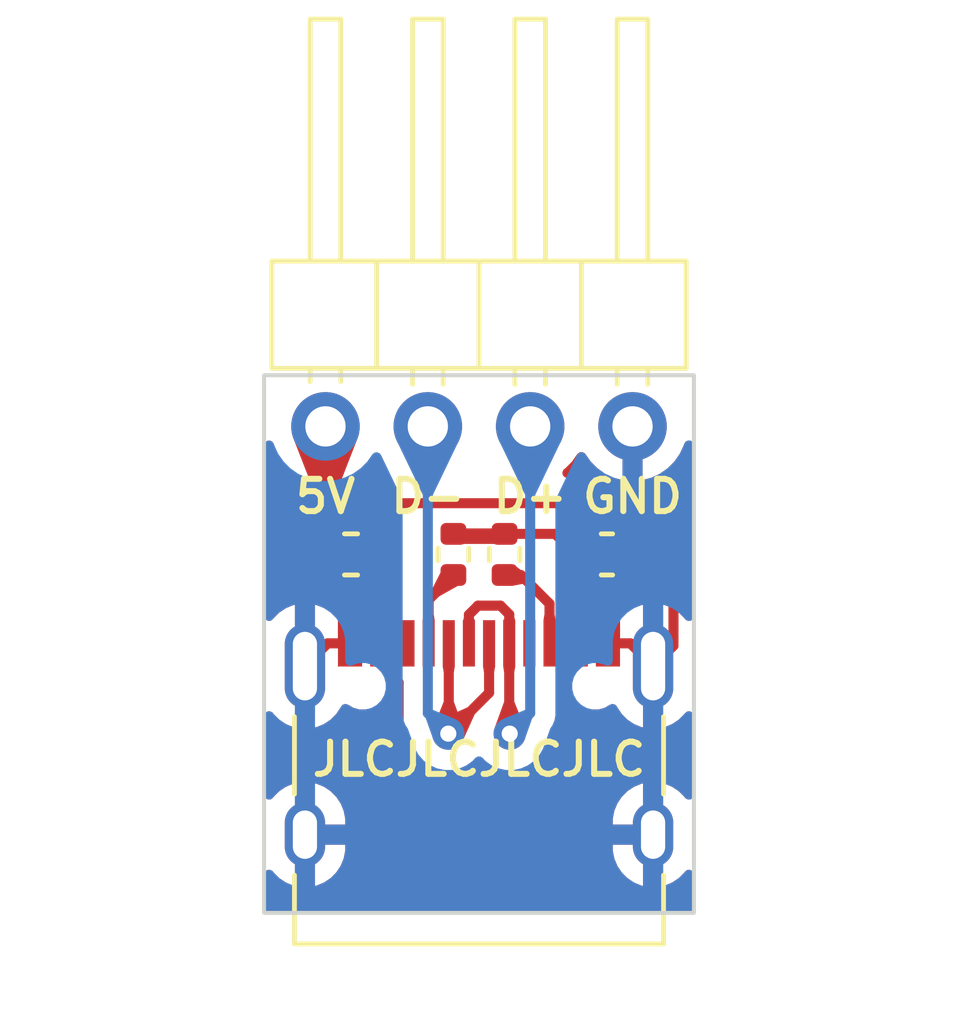
<source format=kicad_pcb>
(kicad_pcb (version 20240108) (generator "pcbnew") (generator_version "8.0")
  (layers (0 "F.Cu" signal) (31 "B.Cu" signal) (34 "B.Paste" user) (35 "F.Paste" user) (36 "B.SilkS" user "B.Silkscreen") (37 "F.SilkS" user "F.Silkscreen") (38 "B.Mask" user) (39 "F.Mask" user) (44 "Edge.Cuts" user))
  (net 0 "")
  (net 1 "GND")
  (net 2 "VCC")
  (net 3 "VBUS")
  (net 4 "Net-(J1-CC1)")
  (net 5 "D+")
  (net 6 "D-")
  (net 8 "Net-(J1-CC2)")
  (footprint "Connector_PinHeader_2.54mm:PinHeader_1x04_P2.54mm_Horizontal" (layer "F.Cu") (at 128.27 114.935 90)
    (property "Reference" "J2" (hide yes))
    (property "Value" "Conn_01x04")
    (fp_line (start 4.1 -1.33) (end 1.44 -1.33) (stroke (width 0.12)) (layer "F.SilkS"))
    (fp_line (start 1.44 -1.33) (end 1.44 8.95) (stroke (width 0.12)) (layer "F.SilkS"))
    (fp_line (start 10.1 -0.38) (end 10.1 0.38) (stroke (width 0.12)) (layer "F.SilkS"))
    (fp_line (start 4.1 -0.38) (end 10.1 -0.38) (stroke (width 0.12)) (layer "F.SilkS"))
    (fp_line (start 1.11 -0.38) (end 1.44 -0.38) (stroke (width 0.12)) (layer "F.SilkS"))
    (fp_line (start 10.1 0.38) (end 4.1 0.38) (stroke (width 0.12)) (layer "F.SilkS"))
    (fp_line (start 1.11 0.38) (end 1.44 0.38) (stroke (width 0.12)) (layer "F.SilkS"))
    (fp_line (start 1.44 1.27) (end 4.1 1.27) (stroke (width 0.12)) (layer "F.SilkS"))
    (fp_line (start 10.1 2.16) (end 10.1 2.92) (stroke (width 0.12)) (layer "F.SilkS"))
    (fp_line (start 4.1 2.16) (end 10.1 2.16) (stroke (width 0.12)) (layer "F.SilkS"))
    (fp_line (start 1.042929 2.16) (end 1.44 2.16) (stroke (width 0.12)) (layer "F.SilkS"))
    (fp_line (start 10.1 2.92) (end 4.1 2.92) (stroke (width 0.12)) (layer "F.SilkS"))
    (fp_line (start 1.042929 2.92) (end 1.44 2.92) (stroke (width 0.12)) (layer "F.SilkS"))
    (fp_line (start 1.44 3.81) (end 4.1 3.81) (stroke (width 0.12)) (layer "F.SilkS"))
    (fp_line (start 10.1 4.7) (end 10.1 5.46) (stroke (width 0.12)) (layer "F.SilkS"))
    (fp_line (start 4.1 4.7) (end 10.1 4.7) (stroke (width 0.12)) (layer "F.SilkS"))
    (fp_line (start 1.042929 4.7) (end 1.44 4.7) (stroke (width 0.12)) (layer "F.SilkS"))
    (fp_line (start 10.1 5.46) (end 4.1 5.46) (stroke (width 0.12)) (layer "F.SilkS"))
    (fp_line (start 1.042929 5.46) (end 1.44 5.46) (stroke (width 0.12)) (layer "F.SilkS"))
    (fp_line (start 1.44 6.35) (end 4.1 6.35) (stroke (width 0.12)) (layer "F.SilkS"))
    (fp_line (start 10.1 7.24) (end 10.1 8) (stroke (width 0.12)) (layer "F.SilkS"))
    (fp_line (start 4.1 7.24) (end 10.1 7.24) (stroke (width 0.12)) (layer "F.SilkS"))
    (fp_line (start 1.042929 7.24) (end 1.44 7.24) (stroke (width 0.12)) (layer "F.SilkS"))
    (fp_line (start 10.1 8) (end 4.1 8) (stroke (width 0.12)) (layer "F.SilkS"))
    (fp_line (start 1.042929 8) (end 1.44 8) (stroke (width 0.12)) (layer "F.SilkS"))
    (fp_line (start 4.1 8.95) (end 4.1 -1.33) (stroke (width 0.12)) (layer "F.SilkS"))
    (fp_line (start 1.44 8.95) (end 4.1 8.95) (stroke (width 0.12)) (layer "F.SilkS"))
    (pad "1" thru_hole oval (at 0 0 90) (size 1.7 1.7) (drill 1) (layers "*.Cu" "*.Mask") (net 2 "VCC"))
    (pad "2" thru_hole oval (at 0 2.54 90) (size 1.7 1.7) (drill 1) (layers "*.Cu" "*.Mask") (net 6 "D-"))
    (pad "3" thru_hole oval (at 0 5.08 90) (size 1.7 1.7) (drill 1) (layers "*.Cu" "*.Mask") (net 5 "D+"))
    (pad "4" thru_hole oval (at 0 7.62 90) (size 1.7 1.7) (drill 1) (layers "*.Cu" "*.Mask") (net 1 "GND"))
  )
  (footprint "Capacitor_SMD:C_0603_1608Metric" (layer "F.Cu") (at 135.255 118.11 180)
    (property "Reference" "C1" (hide yes))
    (property "Value" "10μF")
    (fp_line (start -0.14058 0.51) (end 0.14058 0.51) (stroke (width 0.12)) (layer "F.SilkS"))
    (fp_line (start -0.14058 -0.51) (end 0.14058 -0.51) (stroke (width 0.12)) (layer "F.SilkS"))
    (pad "1" smd roundrect (at -0.775 0 180) (size 0.9 0.95) (layers "F.Cu" "F.Paste" "F.Mask") (net 2 "VCC"))
    (pad "2" smd roundrect (at 0.775 0 180) (size 0.9 0.95) (layers "F.Cu" "F.Paste" "F.Mask") (net 1 "GND"))
  )
  (footprint "Connector_USB:USB_C_Receptacle_XKB_U262-16XN-4BVC11" (layer "F.Cu") (at 132.08 123.985)
    (property "Reference" "J1" (hide yes))
    (property "Value" "USB_C_Receptacle_USB2.0_16P")
    (fp_line (start -4.58 -1.85) (end -4.58 0.07) (stroke (width 0.12)) (layer "F.SilkS"))
    (fp_line (start -4.58 3.785) (end -4.58 2.08) (stroke (width 0.12)) (layer "F.SilkS"))
    (fp_line (start 4.58 0.07) (end 4.58 -1.85) (stroke (width 0.12)) (layer "F.SilkS"))
    (fp_line (start 4.58 2.08) (end 4.58 3.785) (stroke (width 0.12)) (layer "F.SilkS"))
    (fp_line (start 4.58 3.785) (end -4.58 3.785) (stroke (width 0.12)) (layer "F.SilkS"))
    (pad "" np_thru_hole circle (at -2.89 -2.605) (size 0.65 0.65) (drill 0.65) (layers "*.Cu" "*.Mask"))
    (pad "" np_thru_hole circle (at 2.89 -2.605) (size 0.65 0.65) (drill 0.65) (layers "*.Cu" "*.Mask"))
    (pad "A1" smd rect (at -3.35 -3.67) (size 0.3 1.15) (layers "F.Cu" "F.Paste" "F.Mask") (net 1 "GND"))
    (pad "A4" smd rect (at -2.55 -3.67) (size 0.3 1.15) (layers "F.Cu" "F.Paste" "F.Mask") (net 3 "VBUS"))
    (pad "A5" smd rect (at -1.25 -3.67) (size 0.3 1.15) (layers "F.Cu" "F.Paste" "F.Mask") (net 4 "Net-(J1-CC1)"))
    (pad "A6" smd rect (at -0.25 -3.67) (size 0.3 1.15) (layers "F.Cu" "F.Paste" "F.Mask") (net 5 "D+"))
    (pad "A7" smd rect (at 0.25 -3.67) (size 0.3 1.15) (layers "F.Cu" "F.Paste" "F.Mask") (net 6 "D-"))
    (pad "A8" smd rect (at 1.25 -3.67) (size 0.3 1.15) (layers "F.Cu" "F.Paste" "F.Mask"))
    (pad "A9" smd rect (at 2.55 -3.67) (size 0.3 1.15) (layers "F.Cu" "F.Paste" "F.Mask") (net 3 "VBUS"))
    (pad "A12" smd rect (at 3.35 -3.67) (size 0.3 1.15) (layers "F.Cu" "F.Paste" "F.Mask") (net 1 "GND"))
    (pad "B1" smd rect (at 3.05 -3.67) (size 0.3 1.15) (layers "F.Cu" "F.Paste" "F.Mask") (net 1 "GND"))
    (pad "B4" smd rect (at 2.25 -3.67) (size 0.3 1.15) (layers "F.Cu" "F.Paste" "F.Mask") (net 3 "VBUS"))
    (pad "B5" smd rect (at 1.75 -3.67) (size 0.3 1.15) (layers "F.Cu" "F.Paste" "F.Mask") (net 8 "Net-(J1-CC2)"))
    (pad "B6" smd rect (at 0.75 -3.67) (size 0.3 1.15) (layers "F.Cu" "F.Paste" "F.Mask") (net 5 "D+"))
    (pad "B7" smd rect (at -0.75 -3.67) (size 0.3 1.15) (layers "F.Cu" "F.Paste" "F.Mask") (net 6 "D-"))
    (pad "B8" smd rect (at -1.75 -3.67) (size 0.3 1.15) (layers "F.Cu" "F.Paste" "F.Mask"))
    (pad "B9" smd rect (at -2.25 -3.67) (size 0.3 1.15) (layers "F.Cu" "F.Paste" "F.Mask") (net 3 "VBUS"))
    (pad "B12" smd rect (at -3.05 -3.67) (size 0.3 1.15) (layers "F.Cu" "F.Paste" "F.Mask") (net 1 "GND"))
    (pad "S1" thru_hole oval (at -4.32 -3.105) (size 1 2.1) (drill oval 0.6 1.7) (layers "*.Cu" "*.Mask") (net 1 "GND"))
    (pad "S1" thru_hole oval (at -4.32 1.075) (size 1 1.6) (drill oval 0.6 1.2) (layers "*.Cu" "*.Mask") (net 1 "GND"))
    (pad "S1" thru_hole oval (at 4.32 -3.105) (size 1 2.1) (drill oval 0.6 1.7) (layers "*.Cu" "*.Mask") (net 1 "GND"))
    (pad "S1" thru_hole oval (at 4.32 1.075) (size 1 1.6) (drill oval 0.6 1.2) (layers "*.Cu" "*.Mask") (net 1 "GND"))
  )
  (footprint "Resistor_SMD:R_0402_1005Metric" (layer "F.Cu") (at 131.445 118.11 -90)
    (property "Reference" "R1" (hide yes))
    (property "Value" "5.1kΩ")
    (fp_line (start -0.153641 0.38) (end 0.153641 0.38) (stroke (width 0.12)) (layer "F.SilkS"))
    (fp_line (start -0.153641 -0.38) (end 0.153641 -0.38) (stroke (width 0.12)) (layer "F.SilkS"))
    (pad "1" smd roundrect (at -0.51 0 270) (size 0.54 0.64) (layers "F.Cu" "F.Paste" "F.Mask") (net 1 "GND"))
    (pad "2" smd roundrect (at 0.51 0 270) (size 0.54 0.64) (layers "F.Cu" "F.Paste" "F.Mask") (net 4 "Net-(J1-CC1)"))
  )
  (footprint "Resistor_SMD:R_0402_1005Metric" (layer "F.Cu") (at 132.715 118.11 -90)
    (property "Reference" "R2" (hide yes))
    (property "Value" "5.1kΩ")
    (fp_line (start -0.153641 0.38) (end 0.153641 0.38) (stroke (width 0.12)) (layer "F.SilkS"))
    (fp_line (start -0.153641 -0.38) (end 0.153641 -0.38) (stroke (width 0.12)) (layer "F.SilkS"))
    (pad "1" smd roundrect (at -0.51 0 270) (size 0.54 0.64) (layers "F.Cu" "F.Paste" "F.Mask") (net 1 "GND"))
    (pad "2" smd roundrect (at 0.51 0 270) (size 0.54 0.64) (layers "F.Cu" "F.Paste" "F.Mask") (net 8 "Net-(J1-CC2)"))
  )
  (footprint "Fuse:Fuse_0603_1608Metric" (layer "F.Cu") (at 128.905 118.11 180)
    (property "Reference" "F1" (hide yes))
    (property "Value" "MF-FSMF035X-2")
    (fp_line (start -0.162779 0.51) (end 0.162779 0.51) (stroke (width 0.12)) (layer "F.SilkS"))
    (fp_line (start -0.162779 -0.51) (end 0.162779 -0.51) (stroke (width 0.12)) (layer "F.SilkS"))
    (pad "1" smd roundrect (at -0.7875 0 180) (size 0.875 0.95) (layers "F.Cu" "F.Paste" "F.Mask") (net 3 "VBUS"))
    (pad "2" smd roundrect (at 0.7875 0 180) (size 0.875 0.95) (layers "F.Cu" "F.Paste" "F.Mask") (net 2 "VCC"))
  )
  (gr_rect (start 126.746 113.665) (end 137.414 127) (stroke (width 0.1)) (fill none) (layer "Edge.Cuts"))
  (gr_text "D+" (at 133.35 116.205 0) (layer "F.SilkS") (effects (font (size 0.8 0.8)) (justify top)))
  (gr_text "JLCJLCJLCJLC" (at 132.08 123.19 0) (layer "F.SilkS") (effects (font (size 0.8 0.8))))
  (gr_text "D-" (at 130.81 116.205 0) (layer "F.SilkS") (effects (font (size 0.8 0.8)) (justify top)))
  (gr_text "GND" (at 135.89 116.205 0) (layer "F.SilkS") (effects (font (size 0.8 0.8)) (justify top)))
  (gr_text "5V" (at 128.27 116.205 0) (layer "F.SilkS") (effects (font (size 0.8 0.8)) (justify top)))
  (segment (start 133.97 117.6) (end 134.48 118.11) (width 0.25) (layer "F.Cu") (net 1))
  (segment (start 135.89 116.459) (end 136.906 117.475) (width 0.25) (layer "F.Cu") (net 1))
  (segment (start 131.445 117.6) (end 132.715 117.6) (width 0.25) (layer "F.Cu") (net 1))
  (segment (start 136.4 125.06) (end 136.4 120.88) (width 0.25) (layer "F.Cu") (net 1))
  (segment (start 128.73 120.315) (end 128.325 120.315) (width 0.25) (layer "F.Cu") (net 1))
  (segment (start 132.715 117.6) (end 133.97 117.6) (width 0.25) (layer "F.Cu") (net 1))
  (segment (start 129.03 120.315) (end 128.73 120.315) (width 0.25) (layer "F.Cu") (net 1))
  (segment (start 127.76 125.06) (end 127.76 120.88) (width 0.25) (layer "F.Cu") (net 1))
  (segment (start 135.835 120.315) (end 136.4 120.88) (width 0.25) (layer "F.Cu") (net 1))
  (segment (start 135.43 119.06) (end 135.43 120.315) (width 0.25) (layer "F.Cu") (net 1))
  (segment (start 136.906 117.475) (end 136.906 120.374) (width 0.25) (layer "F.Cu") (net 1))
  (segment (start 134.48 118.11) (end 135.43 119.06) (width 0.25) (layer "F.Cu") (net 1))
  (segment (start 135.89 114.935) (end 135.89 116.459) (width 0.25) (layer "F.Cu") (net 1))
  (segment (start 128.325 120.315) (end 127.76 120.88) (width 0.25) (layer "F.Cu") (net 1))
  (segment (start 135.43 120.315) (end 135.835 120.315) (width 0.25) (layer "F.Cu") (net 1))
  (segment (start 136.906 120.374) (end 136.4 120.88) (width 0.25) (layer "F.Cu") (net 1))
  (segment (start 136.365 125.095) (end 127.795 125.095) (width 0.25) (layer "B.Cu") (net 1))
  (segment (start 136.4 125.06) (end 136.365 125.095) (width 0.25) (layer "B.Cu") (net 1))
  (segment (start 127.795 125.095) (end 127.76 125.06) (width 0.25) (layer "B.Cu") (net 1))
  (segment (start 136.03 118.11) (end 134.76 116.84) (width 0.25) (layer "F.Cu") (net 2))
  (segment (start 129.3875 116.84) (end 128.1175 118.11) (width 0.25) (layer "F.Cu") (net 2))
  (segment (start 128.27 114.935) (end 128.27 117.9575) (width 0.5) (layer "F.Cu") (net 2))
  (segment (start 134.76 116.84) (end 129.3875 116.84) (width 0.25) (layer "F.Cu") (net 2))
  (segment (start 128.27 117.9575) (end 128.1175 118.11) (width 0.5) (layer "F.Cu") (net 2))
  (segment (start 130.085 121.285051) (end 130.085 122.973) (width 0.25) (layer "F.Cu") (net 3))
  (segment (start 134.112 121.248051) (end 134.63 120.730051) (width 0.25) (layer "F.Cu") (net 3))
  (segment (start 134.33 120.315) (end 134.63 120.315) (width 0.25) (layer "F.Cu") (net 3))
  (segment (start 134.63 120.730051) (end 134.63 120.315) (width 0.25) (layer "F.Cu") (net 3))
  (segment (start 129.63 118.1725) (end 129.63 120.315) (width 0.5) (layer "F.Cu") (net 3))
  (segment (start 130.085 122.973) (end 130.937 123.825) (width 0.25) (layer "F.Cu") (net 3))
  (segment (start 129.53 120.730051) (end 130.085 121.285051) (width 0.25) (layer "F.Cu") (net 3))
  (segment (start 134.112 122.936) (end 134.112 121.248051) (width 0.25) (layer "F.Cu") (net 3))
  (segment (start 133.223 123.825) (end 134.112 122.936) (width 0.25) (layer "F.Cu") (net 3))
  (segment (start 130.937 123.825) (end 133.223 123.825) (width 0.25) (layer "F.Cu") (net 3))
  (segment (start 129.6925 118.11) (end 129.63 118.1725) (width 0.5) (layer "F.Cu") (net 3))
  (segment (start 130.83 120.315) (end 130.83 119.235) (width 0.25) (layer "F.Cu") (net 4))
  (segment (start 130.83 119.235) (end 131.445 118.62) (width 0.25) (layer "F.Cu") (net 4))
  (segment (start 131.83 119.6046) (end 132.0546 119.38) (width 0.25) (layer "F.Cu") (net 5))
  (segment (start 131.83 120.315) (end 131.83 119.6046) (width 0.25) (layer "F.Cu") (net 5))
  (segment (start 132.842 122.555) (end 132.83 122.543) (width 0.25) (layer "F.Cu") (net 5))
  (segment (start 132.83 122.543) (end 132.83 120.315) (width 0.25) (layer "F.Cu") (net 5))
  (segment (start 132.6134 119.38) (end 132.83 119.5966) (width 0.25) (layer "F.Cu") (net 5))
  (segment (start 132.0546 119.38) (end 132.6134 119.38) (width 0.25) (layer "F.Cu") (net 5))
  (segment (start 132.83 119.5966) (end 132.83 120.315) (width 0.25) (layer "F.Cu") (net 5))
  (via (at 132.842 122.555) (size 0.8) (drill 0.4) (layers "F.Cu" "B.Cu") (net 5))
  (segment (start 133.35 122.047) (end 133.35 114.935) (width 0.25) (layer "B.Cu") (net 5))
  (segment (start 132.842 122.555) (end 133.35 122.047) (width 0.25) (layer "B.Cu") (net 5))
  (segment (start 132.33 121.543) (end 132.33 120.315) (width 0.25) (layer "F.Cu") (net 6))
  (segment (start 131.318 122.555) (end 131.33 122.543) (width 0.25) (layer "F.Cu") (net 6))
  (segment (start 131.33 122.543) (end 131.33 120.315) (width 0.25) (layer "F.Cu") (net 6))
  (segment (start 131.318 122.555) (end 132.33 121.543) (width 0.25) (layer "F.Cu") (net 6))
  (via (at 131.318 122.555) (size 0.8) (drill 0.4) (layers "F.Cu" "B.Cu") (net 6))
  (segment (start 130.81 122.047) (end 130.81 114.935) (width 0.25) (layer "B.Cu") (net 6))
  (segment (start 131.318 122.555) (end 130.81 122.047) (width 0.25) (layer "B.Cu") (net 6))
  (segment (start 133.83 119.3325) (end 133.83 120.315) (width 0.25) (layer "F.Cu") (net 8))
  (segment (start 132.715 118.62) (end 133.1175 118.62) (width 0.25) (layer "F.Cu") (net 8))
  (segment (start 133.1175 118.62) (end 133.83 119.3325) (width 0.25) (layer "F.Cu") (net 8))
  (zone (net 1) (net_name "GND") (layers "F&B.Cu") (connect_pads (clearance 0.5)) (min_thickness 0.25) (fill yes (thermal_gap 0.5) (thermal_bridge_width 0.5))
    (polygon (pts (xy 125.095 111.76) (xy 125.095 128.905) (xy 139.065 128.905) (xy 139.065 111.76)))
  )
)
</source>
